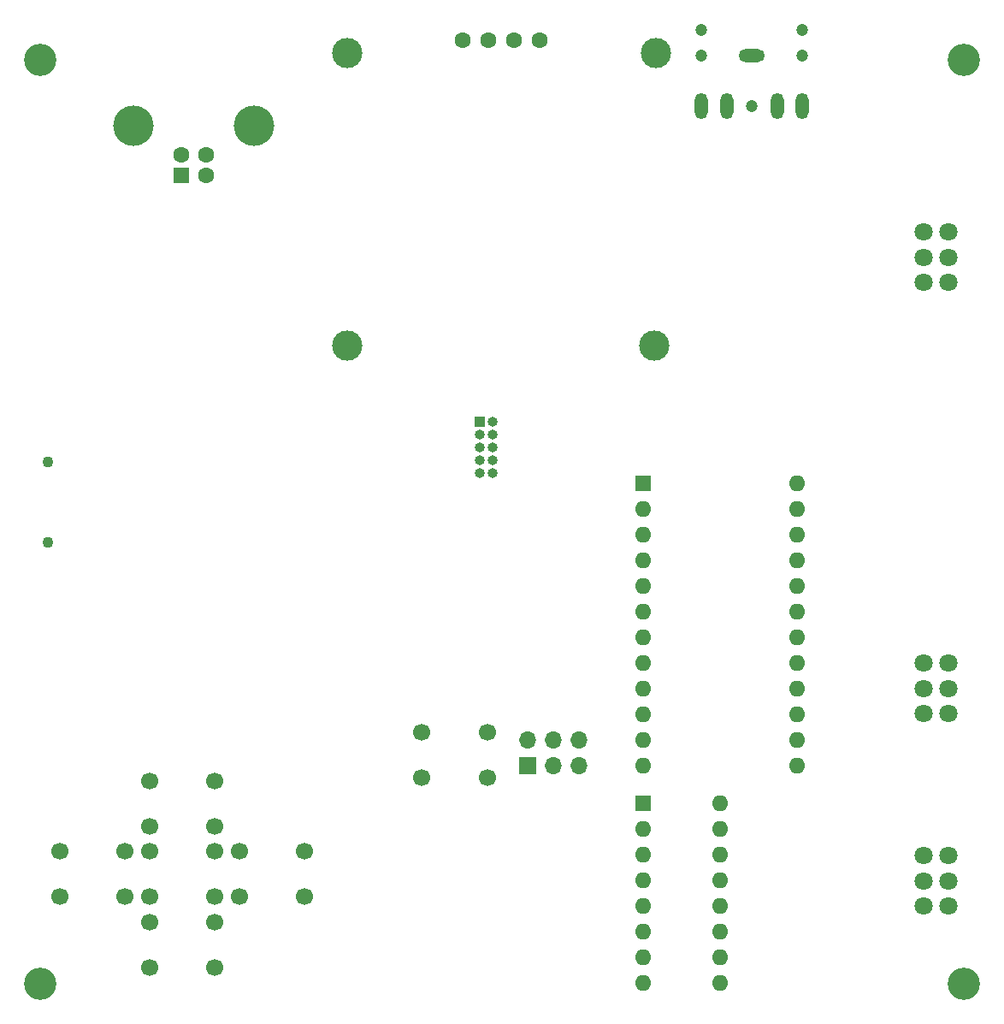
<source format=gbs>
G04 #@! TF.GenerationSoftware,KiCad,Pcbnew,(6.0.1)*
G04 #@! TF.CreationDate,2022-01-31T15:49:32-08:00*
G04 #@! TF.ProjectId,MegaBlaster2,4d656761-426c-4617-9374-6572322e6b69,rev?*
G04 #@! TF.SameCoordinates,Original*
G04 #@! TF.FileFunction,Soldermask,Bot*
G04 #@! TF.FilePolarity,Negative*
%FSLAX46Y46*%
G04 Gerber Fmt 4.6, Leading zero omitted, Abs format (unit mm)*
G04 Created by KiCad (PCBNEW (6.0.1)) date 2022-01-31 15:49:32*
%MOMM*%
%LPD*%
G01*
G04 APERTURE LIST*
%ADD10C,3.000000*%
%ADD11C,1.600000*%
%ADD12C,4.000000*%
%ADD13R,1.600000X1.600000*%
%ADD14R,1.000000X1.000000*%
%ADD15O,1.000000X1.000000*%
%ADD16C,1.100000*%
%ADD17C,1.200000*%
%ADD18O,1.300000X2.600000*%
%ADD19O,2.600000X1.300000*%
%ADD20C,1.700000*%
%ADD21C,3.200000*%
%ADD22C,1.800000*%
%ADD23R,1.700000X1.700000*%
%ADD24O,1.700000X1.700000*%
%ADD25O,1.600000X1.600000*%
G04 APERTURE END LIST*
D10*
X148570000Y-45045000D03*
X148470000Y-74045000D03*
X118070000Y-74045000D03*
X118070000Y-45045000D03*
D11*
X129460000Y-43845000D03*
X132050000Y-43845000D03*
X134590000Y-43845000D03*
X137130000Y-43845000D03*
D12*
X108850000Y-52290000D03*
X96850000Y-52290000D03*
D13*
X101600000Y-57150000D03*
D11*
X104100000Y-57150000D03*
X104100000Y-55150000D03*
X101600000Y-55150000D03*
D14*
X131200000Y-81550000D03*
D15*
X132470000Y-81550000D03*
X131200000Y-82820000D03*
X132470000Y-82820000D03*
X131200000Y-84090000D03*
X132470000Y-84090000D03*
X131200000Y-85360000D03*
X132470000Y-85360000D03*
X131200000Y-86630000D03*
X132470000Y-86630000D03*
D16*
X88370000Y-93510000D03*
X88370000Y-85510000D03*
D17*
X158110000Y-50330000D03*
X153110000Y-42830000D03*
X163110000Y-42830000D03*
X153110000Y-45330000D03*
X163110000Y-45330000D03*
D18*
X155610000Y-50330000D03*
X160610000Y-50330000D03*
X163110000Y-50330000D03*
D19*
X158110000Y-45330000D03*
D18*
X153110000Y-50330000D03*
D20*
X125410000Y-112280000D03*
X131910000Y-112280000D03*
X125410000Y-116780000D03*
X131910000Y-116780000D03*
X89555000Y-124095000D03*
X96055000Y-124095000D03*
X89555000Y-128595000D03*
X96055000Y-128595000D03*
X98445000Y-131080000D03*
X104945000Y-131080000D03*
X98445000Y-135580000D03*
X104945000Y-135580000D03*
X107335000Y-124095000D03*
X113835000Y-124095000D03*
X107335000Y-128595000D03*
X113835000Y-128595000D03*
X98445000Y-117110000D03*
X104945000Y-117110000D03*
X98445000Y-121610000D03*
X104945000Y-121610000D03*
X98450000Y-124090000D03*
X104950000Y-124090000D03*
X98450000Y-128590000D03*
X104950000Y-128590000D03*
D21*
X87630000Y-45720000D03*
X179070000Y-45720000D03*
X87630000Y-137160000D03*
X179070000Y-137160000D03*
D22*
X177593000Y-67778000D03*
X177593000Y-65278000D03*
X177593000Y-62778000D03*
X175093000Y-67778000D03*
X175093000Y-65278000D03*
X175093000Y-62778000D03*
X177595001Y-129500000D03*
X177595001Y-127000000D03*
X177595001Y-124500000D03*
X175095001Y-129500000D03*
X175095001Y-127000000D03*
X175095001Y-124500000D03*
X177595001Y-110450000D03*
X177595001Y-107950000D03*
X177595001Y-105450000D03*
X175095001Y-110450000D03*
X175095001Y-107950000D03*
X175095001Y-105450000D03*
D23*
X135905000Y-115575000D03*
D24*
X135905000Y-113035000D03*
X138445000Y-115575000D03*
X138445000Y-113035000D03*
X140985000Y-115575000D03*
X140985000Y-113035000D03*
D13*
X147315000Y-87625000D03*
D25*
X147315000Y-90165000D03*
X147315000Y-92705000D03*
X147315000Y-95245000D03*
X147315000Y-97785000D03*
X147315000Y-100325000D03*
X147315000Y-102865000D03*
X147315000Y-105405000D03*
X147315000Y-107945000D03*
X147315000Y-110485000D03*
X147315000Y-113025000D03*
X147315000Y-115565000D03*
X162555000Y-115565000D03*
X162555000Y-113025000D03*
X162555000Y-110485000D03*
X162555000Y-107945000D03*
X162555000Y-105405000D03*
X162555000Y-102865000D03*
X162555000Y-100325000D03*
X162555000Y-97785000D03*
X162555000Y-95245000D03*
X162555000Y-92705000D03*
X162555000Y-90165000D03*
X162555000Y-87625000D03*
D13*
X147330000Y-119370000D03*
D25*
X147330000Y-121910000D03*
X147330000Y-124450000D03*
X147330000Y-126990000D03*
X147330000Y-129530000D03*
X147330000Y-132070000D03*
X147330000Y-134610000D03*
X147330000Y-137150000D03*
X154950000Y-137150000D03*
X154950000Y-134610000D03*
X154950000Y-132070000D03*
X154950000Y-129530000D03*
X154950000Y-126990000D03*
X154950000Y-124450000D03*
X154950000Y-121910000D03*
X154950000Y-119370000D03*
M02*

</source>
